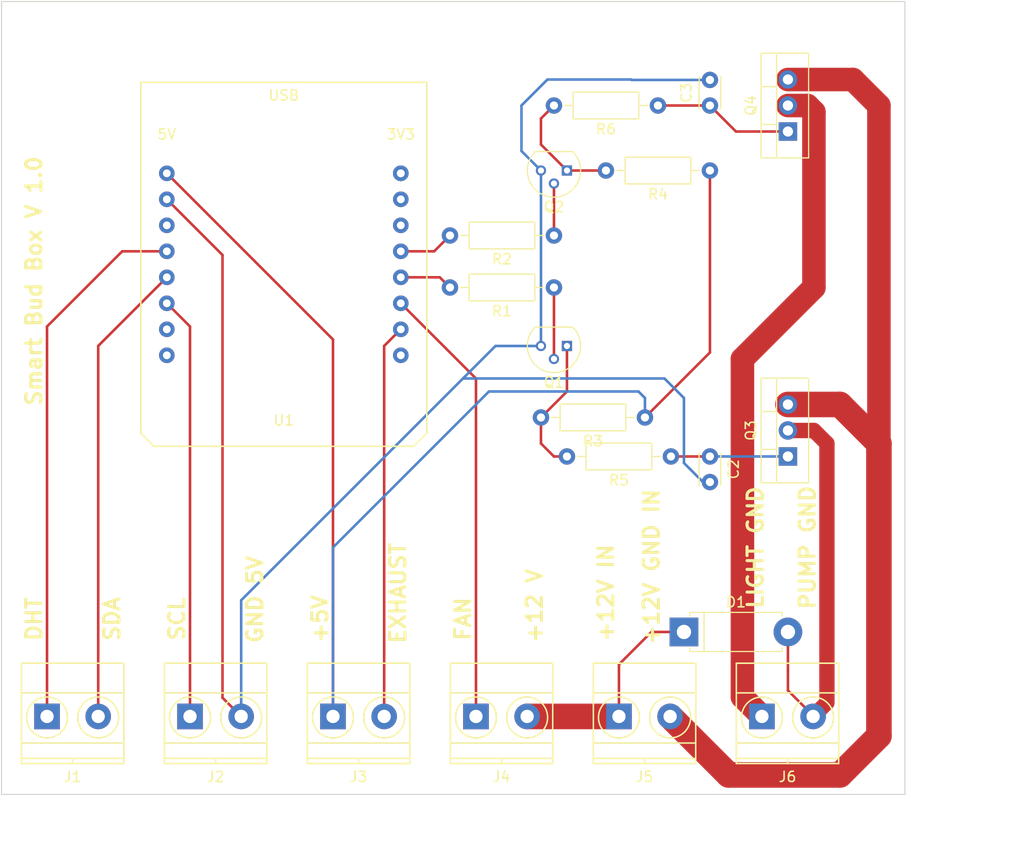
<source format=kicad_pcb>
(kicad_pcb (version 4) (host pcbnew 4.0.6)

  (general
    (links 34)
    (no_connects 2)
    (area 83.134999 53.289999 186.92 139.225001)
    (thickness 1.6)
    (drawings 21)
    (tracks 88)
    (zones 0)
    (modules 20)
    (nets 19)
  )

  (page A4)
  (layers
    (0 F.Cu signal)
    (31 B.Cu signal)
    (32 B.Adhes user)
    (33 F.Adhes user)
    (34 B.Paste user)
    (35 F.Paste user)
    (36 B.SilkS user)
    (37 F.SilkS user)
    (38 B.Mask user)
    (39 F.Mask user)
    (40 Dwgs.User user)
    (41 Cmts.User user)
    (42 Eco1.User user)
    (43 Eco2.User user)
    (44 Edge.Cuts user)
    (45 Margin user)
    (46 B.CrtYd user)
    (47 F.CrtYd user)
    (48 B.Fab user)
    (49 F.Fab user)
  )

  (setup
    (last_trace_width 0.25)
    (user_trace_width 0.5)
    (user_trace_width 1.5)
    (user_trace_width 2)
    (user_trace_width 2.3)
    (user_trace_width 2.5)
    (user_trace_width 2.7)
    (user_trace_width 3)
    (trace_clearance 0.2)
    (zone_clearance 0.508)
    (zone_45_only no)
    (trace_min 0.2)
    (segment_width 0.2)
    (edge_width 0.1)
    (via_size 0.6)
    (via_drill 0.4)
    (via_min_size 0.4)
    (via_min_drill 0.3)
    (uvia_size 0.3)
    (uvia_drill 0.1)
    (uvias_allowed no)
    (uvia_min_size 0.2)
    (uvia_min_drill 0.1)
    (pcb_text_width 0.3)
    (pcb_text_size 1.5 1.5)
    (mod_edge_width 0.15)
    (mod_text_size 1 1)
    (mod_text_width 0.15)
    (pad_size 1.5 1.5)
    (pad_drill 0.6)
    (pad_to_mask_clearance 0)
    (aux_axis_origin 0 0)
    (visible_elements 7FFFFFFF)
    (pcbplotparams
      (layerselection 0x010f0_80000001)
      (usegerberextensions true)
      (excludeedgelayer true)
      (linewidth 0.100000)
      (plotframeref false)
      (viasonmask false)
      (mode 1)
      (useauxorigin false)
      (hpglpennumber 1)
      (hpglpenspeed 20)
      (hpglpendiameter 15)
      (hpglpenoverlay 2)
      (psnegative false)
      (psa4output false)
      (plotreference true)
      (plotvalue true)
      (plotinvisibletext false)
      (padsonsilk false)
      (subtractmaskfromsilk false)
      (outputformat 1)
      (mirror false)
      (drillshape 0)
      (scaleselection 1)
      (outputdirectory plot/))
  )

  (net 0 "")
  (net 1 "Net-(C2-Pad1)")
  (net 2 GND)
  (net 3 "Net-(C3-Pad1)")
  (net 4 "Net-(D1-Pad1)")
  (net 5 Q3D)
  (net 6 D3)
  (net 7 D2)
  (net 8 D1)
  (net 9 5V)
  (net 10 D8)
  (net 11 D7)
  (net 12 Q4D)
  (net 13 "Net-(Q1-Pad2)")
  (net 14 "Net-(Q1-Pad1)")
  (net 15 "Net-(Q2-Pad2)")
  (net 16 "Net-(Q2-Pad1)")
  (net 17 "Net-(R1-Pad2)")
  (net 18 "Net-(R2-Pad2)")

  (net_class Default "Dies ist die voreingestellte Netzklasse."
    (clearance 0.2)
    (trace_width 0.25)
    (via_dia 0.6)
    (via_drill 0.4)
    (uvia_dia 0.3)
    (uvia_drill 0.1)
    (add_net 5V)
    (add_net D1)
    (add_net D2)
    (add_net D3)
    (add_net D7)
    (add_net D8)
    (add_net GND)
    (add_net "Net-(C2-Pad1)")
    (add_net "Net-(C3-Pad1)")
    (add_net "Net-(D1-Pad1)")
    (add_net "Net-(Q1-Pad1)")
    (add_net "Net-(Q1-Pad2)")
    (add_net "Net-(Q2-Pad1)")
    (add_net "Net-(Q2-Pad2)")
    (add_net "Net-(R1-Pad2)")
    (add_net "Net-(R2-Pad2)")
    (add_net Q3D)
    (add_net Q4D)
  )

  (net_class "Dicke Leitung" ""
    (clearance 0.2)
    (trace_width 1)
    (via_dia 0.6)
    (via_drill 0.4)
    (uvia_dia 0.3)
    (uvia_drill 0.1)
  )

  (module Capacitors_THT:C_Disc_D3.0mm_W2.0mm_P2.50mm (layer F.Cu) (tedit 597BC7C2) (tstamp 5986EB66)
    (at 152.4 97.79 270)
    (descr "C, Disc series, Radial, pin pitch=2.50mm, , diameter*width=3*2mm^2, Capacitor")
    (tags "C Disc series Radial pin pitch 2.50mm  diameter 3mm width 2mm Capacitor")
    (path /59020DA8)
    (fp_text reference C2 (at 1.25 -2.31 270) (layer F.SilkS)
      (effects (font (size 1 1) (thickness 0.15)))
    )
    (fp_text value 100pF (at 1.25 2.31 270) (layer F.Fab)
      (effects (font (size 1 1) (thickness 0.15)))
    )
    (fp_line (start -0.25 -1) (end -0.25 1) (layer F.Fab) (width 0.1))
    (fp_line (start -0.25 1) (end 2.75 1) (layer F.Fab) (width 0.1))
    (fp_line (start 2.75 1) (end 2.75 -1) (layer F.Fab) (width 0.1))
    (fp_line (start 2.75 -1) (end -0.25 -1) (layer F.Fab) (width 0.1))
    (fp_line (start -0.31 -1.06) (end 2.81 -1.06) (layer F.SilkS) (width 0.12))
    (fp_line (start -0.31 1.06) (end 2.81 1.06) (layer F.SilkS) (width 0.12))
    (fp_line (start -0.31 -1.06) (end -0.31 -0.996) (layer F.SilkS) (width 0.12))
    (fp_line (start -0.31 0.996) (end -0.31 1.06) (layer F.SilkS) (width 0.12))
    (fp_line (start 2.81 -1.06) (end 2.81 -0.996) (layer F.SilkS) (width 0.12))
    (fp_line (start 2.81 0.996) (end 2.81 1.06) (layer F.SilkS) (width 0.12))
    (fp_line (start -1.05 -1.35) (end -1.05 1.35) (layer F.CrtYd) (width 0.05))
    (fp_line (start -1.05 1.35) (end 3.55 1.35) (layer F.CrtYd) (width 0.05))
    (fp_line (start 3.55 1.35) (end 3.55 -1.35) (layer F.CrtYd) (width 0.05))
    (fp_line (start 3.55 -1.35) (end -1.05 -1.35) (layer F.CrtYd) (width 0.05))
    (fp_text user %R (at 1.25 0 270) (layer F.Fab)
      (effects (font (size 1 1) (thickness 0.15)))
    )
    (pad 1 thru_hole circle (at 0 0 270) (size 1.6 1.6) (drill 0.8) (layers *.Cu *.Mask)
      (net 1 "Net-(C2-Pad1)"))
    (pad 2 thru_hole circle (at 2.5 0 270) (size 1.6 1.6) (drill 0.8) (layers *.Cu *.Mask)
      (net 2 GND))
    (model ${KISYS3DMOD}/Capacitors_THT.3dshapes/C_Disc_D3.0mm_W2.0mm_P2.50mm.wrl
      (at (xyz 0 0 0))
      (scale (xyz 1 1 1))
      (rotate (xyz 0 0 0))
    )
  )

  (module Capacitors_THT:C_Disc_D3.0mm_W2.0mm_P2.50mm (layer F.Cu) (tedit 597BC7C2) (tstamp 5986EB7B)
    (at 152.4 63.5 90)
    (descr "C, Disc series, Radial, pin pitch=2.50mm, , diameter*width=3*2mm^2, Capacitor")
    (tags "C Disc series Radial pin pitch 2.50mm  diameter 3mm width 2mm Capacitor")
    (path /59020E43)
    (fp_text reference C3 (at 1.25 -2.31 90) (layer F.SilkS)
      (effects (font (size 1 1) (thickness 0.15)))
    )
    (fp_text value 100pF (at 1.25 2.31 90) (layer F.Fab)
      (effects (font (size 1 1) (thickness 0.15)))
    )
    (fp_line (start -0.25 -1) (end -0.25 1) (layer F.Fab) (width 0.1))
    (fp_line (start -0.25 1) (end 2.75 1) (layer F.Fab) (width 0.1))
    (fp_line (start 2.75 1) (end 2.75 -1) (layer F.Fab) (width 0.1))
    (fp_line (start 2.75 -1) (end -0.25 -1) (layer F.Fab) (width 0.1))
    (fp_line (start -0.31 -1.06) (end 2.81 -1.06) (layer F.SilkS) (width 0.12))
    (fp_line (start -0.31 1.06) (end 2.81 1.06) (layer F.SilkS) (width 0.12))
    (fp_line (start -0.31 -1.06) (end -0.31 -0.996) (layer F.SilkS) (width 0.12))
    (fp_line (start -0.31 0.996) (end -0.31 1.06) (layer F.SilkS) (width 0.12))
    (fp_line (start 2.81 -1.06) (end 2.81 -0.996) (layer F.SilkS) (width 0.12))
    (fp_line (start 2.81 0.996) (end 2.81 1.06) (layer F.SilkS) (width 0.12))
    (fp_line (start -1.05 -1.35) (end -1.05 1.35) (layer F.CrtYd) (width 0.05))
    (fp_line (start -1.05 1.35) (end 3.55 1.35) (layer F.CrtYd) (width 0.05))
    (fp_line (start 3.55 1.35) (end 3.55 -1.35) (layer F.CrtYd) (width 0.05))
    (fp_line (start 3.55 -1.35) (end -1.05 -1.35) (layer F.CrtYd) (width 0.05))
    (fp_text user %R (at 1.25 0 90) (layer F.Fab)
      (effects (font (size 1 1) (thickness 0.15)))
    )
    (pad 1 thru_hole circle (at 0 0 90) (size 1.6 1.6) (drill 0.8) (layers *.Cu *.Mask)
      (net 3 "Net-(C3-Pad1)"))
    (pad 2 thru_hole circle (at 2.5 0 90) (size 1.6 1.6) (drill 0.8) (layers *.Cu *.Mask)
      (net 2 GND))
    (model ${KISYS3DMOD}/Capacitors_THT.3dshapes/C_Disc_D3.0mm_W2.0mm_P2.50mm.wrl
      (at (xyz 0 0 0))
      (scale (xyz 1 1 1))
      (rotate (xyz 0 0 0))
    )
  )

  (module Diodes_THT:D_5W_P10.16mm_Horizontal (layer F.Cu) (tedit 5921392E) (tstamp 5986EB94)
    (at 149.86 114.935)
    (descr "D, 5W series, Axial, Horizontal, pin pitch=10.16mm, , length*diameter=8.9*3.7mm^2, , http://www.diodes.com/_files/packages/8686949.gif")
    (tags "D 5W series Axial Horizontal pin pitch 10.16mm  length 8.9mm diameter 3.7mm")
    (path /59020A0F)
    (fp_text reference D1 (at 5.08 -2.91) (layer F.SilkS)
      (effects (font (size 1 1) (thickness 0.15)))
    )
    (fp_text value D (at 5.08 2.91) (layer F.Fab)
      (effects (font (size 1 1) (thickness 0.15)))
    )
    (fp_text user %R (at 5.08 0) (layer F.Fab)
      (effects (font (size 1 1) (thickness 0.15)))
    )
    (fp_line (start 0.63 -1.85) (end 0.63 1.85) (layer F.Fab) (width 0.1))
    (fp_line (start 0.63 1.85) (end 9.53 1.85) (layer F.Fab) (width 0.1))
    (fp_line (start 9.53 1.85) (end 9.53 -1.85) (layer F.Fab) (width 0.1))
    (fp_line (start 9.53 -1.85) (end 0.63 -1.85) (layer F.Fab) (width 0.1))
    (fp_line (start 0 0) (end 0.63 0) (layer F.Fab) (width 0.1))
    (fp_line (start 10.16 0) (end 9.53 0) (layer F.Fab) (width 0.1))
    (fp_line (start 1.965 -1.85) (end 1.965 1.85) (layer F.Fab) (width 0.1))
    (fp_line (start 0.57 -1.58) (end 0.57 -1.91) (layer F.SilkS) (width 0.12))
    (fp_line (start 0.57 -1.91) (end 9.59 -1.91) (layer F.SilkS) (width 0.12))
    (fp_line (start 9.59 -1.91) (end 9.59 -1.58) (layer F.SilkS) (width 0.12))
    (fp_line (start 0.57 1.58) (end 0.57 1.91) (layer F.SilkS) (width 0.12))
    (fp_line (start 0.57 1.91) (end 9.59 1.91) (layer F.SilkS) (width 0.12))
    (fp_line (start 9.59 1.91) (end 9.59 1.58) (layer F.SilkS) (width 0.12))
    (fp_line (start 1.965 -1.91) (end 1.965 1.91) (layer F.SilkS) (width 0.12))
    (fp_line (start -1.65 -2.2) (end -1.65 2.2) (layer F.CrtYd) (width 0.05))
    (fp_line (start -1.65 2.2) (end 11.85 2.2) (layer F.CrtYd) (width 0.05))
    (fp_line (start 11.85 2.2) (end 11.85 -2.2) (layer F.CrtYd) (width 0.05))
    (fp_line (start 11.85 -2.2) (end -1.65 -2.2) (layer F.CrtYd) (width 0.05))
    (pad 1 thru_hole rect (at 0 0) (size 2.8 2.8) (drill 1.4) (layers *.Cu *.Mask)
      (net 4 "Net-(D1-Pad1)"))
    (pad 2 thru_hole oval (at 10.16 0) (size 2.8 2.8) (drill 1.4) (layers *.Cu *.Mask)
      (net 5 Q3D))
    (model ${KISYS3DMOD}/Diodes_THT.3dshapes/D_5W_P10.16mm_Horizontal.wrl
      (at (xyz 0 0 0))
      (scale (xyz 0.393701 0.393701 0.393701))
      (rotate (xyz 0 0 0))
    )
  )

  (module Connectors_Terminal_Blocks:TerminalBlock_Pheonix_MKDS1.5-2pol (layer F.Cu) (tedit 563007E4) (tstamp 5986EBA8)
    (at 87.63 123.19)
    (descr "2-way 5mm pitch terminal block, Phoenix MKDS series")
    (path /5901E5E4)
    (fp_text reference J1 (at 2.5 5.9) (layer F.SilkS)
      (effects (font (size 1 1) (thickness 0.15)))
    )
    (fp_text value "DHT -- SDA" (at 2.5 -6.6) (layer F.Fab)
      (effects (font (size 1 1) (thickness 0.15)))
    )
    (fp_line (start -2.7 -5.4) (end 7.7 -5.4) (layer F.CrtYd) (width 0.05))
    (fp_line (start -2.7 4.8) (end -2.7 -5.4) (layer F.CrtYd) (width 0.05))
    (fp_line (start 7.7 4.8) (end -2.7 4.8) (layer F.CrtYd) (width 0.05))
    (fp_line (start 7.7 -5.4) (end 7.7 4.8) (layer F.CrtYd) (width 0.05))
    (fp_line (start 2.5 4.1) (end 2.5 4.6) (layer F.SilkS) (width 0.15))
    (fp_circle (center 5 0.1) (end 3 0.1) (layer F.SilkS) (width 0.15))
    (fp_circle (center 0 0.1) (end 2 0.1) (layer F.SilkS) (width 0.15))
    (fp_line (start -2.5 2.6) (end 7.5 2.6) (layer F.SilkS) (width 0.15))
    (fp_line (start -2.5 -2.3) (end 7.5 -2.3) (layer F.SilkS) (width 0.15))
    (fp_line (start -2.5 4.1) (end 7.5 4.1) (layer F.SilkS) (width 0.15))
    (fp_line (start -2.5 4.6) (end 7.5 4.6) (layer F.SilkS) (width 0.15))
    (fp_line (start 7.5 4.6) (end 7.5 -5.2) (layer F.SilkS) (width 0.15))
    (fp_line (start 7.5 -5.2) (end -2.5 -5.2) (layer F.SilkS) (width 0.15))
    (fp_line (start -2.5 -5.2) (end -2.5 4.6) (layer F.SilkS) (width 0.15))
    (pad 1 thru_hole rect (at 0 0) (size 2.5 2.5) (drill 1.3) (layers *.Cu *.Mask)
      (net 6 D3))
    (pad 2 thru_hole circle (at 5 0) (size 2.5 2.5) (drill 1.3) (layers *.Cu *.Mask)
      (net 7 D2))
    (model Terminal_Blocks.3dshapes/TerminalBlock_Pheonix_MKDS1.5-2pol.wrl
      (at (xyz 0.0984 0 0))
      (scale (xyz 1 1 1))
      (rotate (xyz 0 0 0))
    )
  )

  (module Connectors_Terminal_Blocks:TerminalBlock_Pheonix_MKDS1.5-2pol (layer F.Cu) (tedit 563007E4) (tstamp 5986EBBC)
    (at 101.6 123.19)
    (descr "2-way 5mm pitch terminal block, Phoenix MKDS series")
    (path /5901E432)
    (fp_text reference J2 (at 2.5 5.9) (layer F.SilkS)
      (effects (font (size 1 1) (thickness 0.15)))
    )
    (fp_text value "SCL -- GND" (at 2.5 -6.6) (layer F.Fab)
      (effects (font (size 1 1) (thickness 0.15)))
    )
    (fp_line (start -2.7 -5.4) (end 7.7 -5.4) (layer F.CrtYd) (width 0.05))
    (fp_line (start -2.7 4.8) (end -2.7 -5.4) (layer F.CrtYd) (width 0.05))
    (fp_line (start 7.7 4.8) (end -2.7 4.8) (layer F.CrtYd) (width 0.05))
    (fp_line (start 7.7 -5.4) (end 7.7 4.8) (layer F.CrtYd) (width 0.05))
    (fp_line (start 2.5 4.1) (end 2.5 4.6) (layer F.SilkS) (width 0.15))
    (fp_circle (center 5 0.1) (end 3 0.1) (layer F.SilkS) (width 0.15))
    (fp_circle (center 0 0.1) (end 2 0.1) (layer F.SilkS) (width 0.15))
    (fp_line (start -2.5 2.6) (end 7.5 2.6) (layer F.SilkS) (width 0.15))
    (fp_line (start -2.5 -2.3) (end 7.5 -2.3) (layer F.SilkS) (width 0.15))
    (fp_line (start -2.5 4.1) (end 7.5 4.1) (layer F.SilkS) (width 0.15))
    (fp_line (start -2.5 4.6) (end 7.5 4.6) (layer F.SilkS) (width 0.15))
    (fp_line (start 7.5 4.6) (end 7.5 -5.2) (layer F.SilkS) (width 0.15))
    (fp_line (start 7.5 -5.2) (end -2.5 -5.2) (layer F.SilkS) (width 0.15))
    (fp_line (start -2.5 -5.2) (end -2.5 4.6) (layer F.SilkS) (width 0.15))
    (pad 1 thru_hole rect (at 0 0) (size 2.5 2.5) (drill 1.3) (layers *.Cu *.Mask)
      (net 8 D1))
    (pad 2 thru_hole circle (at 5 0) (size 2.5 2.5) (drill 1.3) (layers *.Cu *.Mask)
      (net 2 GND))
    (model Terminal_Blocks.3dshapes/TerminalBlock_Pheonix_MKDS1.5-2pol.wrl
      (at (xyz 0.0984 0 0))
      (scale (xyz 1 1 1))
      (rotate (xyz 0 0 0))
    )
  )

  (module Connectors_Terminal_Blocks:TerminalBlock_Pheonix_MKDS1.5-2pol (layer F.Cu) (tedit 563007E4) (tstamp 5986EBD0)
    (at 115.57 123.19)
    (descr "2-way 5mm pitch terminal block, Phoenix MKDS series")
    (path /5901E65A)
    (fp_text reference J3 (at 2.5 5.9) (layer F.SilkS)
      (effects (font (size 1 1) (thickness 0.15)))
    )
    (fp_text value "+5V -- EXHAUST" (at 2.5 -6.6) (layer F.Fab)
      (effects (font (size 1 1) (thickness 0.15)))
    )
    (fp_line (start -2.7 -5.4) (end 7.7 -5.4) (layer F.CrtYd) (width 0.05))
    (fp_line (start -2.7 4.8) (end -2.7 -5.4) (layer F.CrtYd) (width 0.05))
    (fp_line (start 7.7 4.8) (end -2.7 4.8) (layer F.CrtYd) (width 0.05))
    (fp_line (start 7.7 -5.4) (end 7.7 4.8) (layer F.CrtYd) (width 0.05))
    (fp_line (start 2.5 4.1) (end 2.5 4.6) (layer F.SilkS) (width 0.15))
    (fp_circle (center 5 0.1) (end 3 0.1) (layer F.SilkS) (width 0.15))
    (fp_circle (center 0 0.1) (end 2 0.1) (layer F.SilkS) (width 0.15))
    (fp_line (start -2.5 2.6) (end 7.5 2.6) (layer F.SilkS) (width 0.15))
    (fp_line (start -2.5 -2.3) (end 7.5 -2.3) (layer F.SilkS) (width 0.15))
    (fp_line (start -2.5 4.1) (end 7.5 4.1) (layer F.SilkS) (width 0.15))
    (fp_line (start -2.5 4.6) (end 7.5 4.6) (layer F.SilkS) (width 0.15))
    (fp_line (start 7.5 4.6) (end 7.5 -5.2) (layer F.SilkS) (width 0.15))
    (fp_line (start 7.5 -5.2) (end -2.5 -5.2) (layer F.SilkS) (width 0.15))
    (fp_line (start -2.5 -5.2) (end -2.5 4.6) (layer F.SilkS) (width 0.15))
    (pad 1 thru_hole rect (at 0 0) (size 2.5 2.5) (drill 1.3) (layers *.Cu *.Mask)
      (net 9 5V))
    (pad 2 thru_hole circle (at 5 0) (size 2.5 2.5) (drill 1.3) (layers *.Cu *.Mask)
      (net 10 D8))
    (model Terminal_Blocks.3dshapes/TerminalBlock_Pheonix_MKDS1.5-2pol.wrl
      (at (xyz 0.0984 0 0))
      (scale (xyz 1 1 1))
      (rotate (xyz 0 0 0))
    )
  )

  (module Connectors_Terminal_Blocks:TerminalBlock_Pheonix_MKDS1.5-2pol (layer F.Cu) (tedit 563007E4) (tstamp 5986EBE4)
    (at 129.54 123.19)
    (descr "2-way 5mm pitch terminal block, Phoenix MKDS series")
    (path /5901E7BC)
    (fp_text reference J4 (at 2.5 5.9) (layer F.SilkS)
      (effects (font (size 1 1) (thickness 0.15)))
    )
    (fp_text value "FAN -- +12 V" (at 2.5 -6.6) (layer F.Fab)
      (effects (font (size 1 1) (thickness 0.15)))
    )
    (fp_line (start -2.7 -5.4) (end 7.7 -5.4) (layer F.CrtYd) (width 0.05))
    (fp_line (start -2.7 4.8) (end -2.7 -5.4) (layer F.CrtYd) (width 0.05))
    (fp_line (start 7.7 4.8) (end -2.7 4.8) (layer F.CrtYd) (width 0.05))
    (fp_line (start 7.7 -5.4) (end 7.7 4.8) (layer F.CrtYd) (width 0.05))
    (fp_line (start 2.5 4.1) (end 2.5 4.6) (layer F.SilkS) (width 0.15))
    (fp_circle (center 5 0.1) (end 3 0.1) (layer F.SilkS) (width 0.15))
    (fp_circle (center 0 0.1) (end 2 0.1) (layer F.SilkS) (width 0.15))
    (fp_line (start -2.5 2.6) (end 7.5 2.6) (layer F.SilkS) (width 0.15))
    (fp_line (start -2.5 -2.3) (end 7.5 -2.3) (layer F.SilkS) (width 0.15))
    (fp_line (start -2.5 4.1) (end 7.5 4.1) (layer F.SilkS) (width 0.15))
    (fp_line (start -2.5 4.6) (end 7.5 4.6) (layer F.SilkS) (width 0.15))
    (fp_line (start 7.5 4.6) (end 7.5 -5.2) (layer F.SilkS) (width 0.15))
    (fp_line (start 7.5 -5.2) (end -2.5 -5.2) (layer F.SilkS) (width 0.15))
    (fp_line (start -2.5 -5.2) (end -2.5 4.6) (layer F.SilkS) (width 0.15))
    (pad 1 thru_hole rect (at 0 0) (size 2.5 2.5) (drill 1.3) (layers *.Cu *.Mask)
      (net 11 D7))
    (pad 2 thru_hole circle (at 5 0) (size 2.5 2.5) (drill 1.3) (layers *.Cu *.Mask)
      (net 4 "Net-(D1-Pad1)"))
    (model Terminal_Blocks.3dshapes/TerminalBlock_Pheonix_MKDS1.5-2pol.wrl
      (at (xyz 0.0984 0 0))
      (scale (xyz 1 1 1))
      (rotate (xyz 0 0 0))
    )
  )

  (module Connectors_Terminal_Blocks:TerminalBlock_Pheonix_MKDS1.5-2pol (layer F.Cu) (tedit 563007E4) (tstamp 5986EBF8)
    (at 143.51 123.19)
    (descr "2-way 5mm pitch terminal block, Phoenix MKDS series")
    (path /5901E6D0)
    (fp_text reference J5 (at 2.5 5.9) (layer F.SilkS)
      (effects (font (size 1 1) (thickness 0.15)))
    )
    (fp_text value "+12 VIN -- GND" (at 2.5 -6.6) (layer F.Fab)
      (effects (font (size 1 1) (thickness 0.15)))
    )
    (fp_line (start -2.7 -5.4) (end 7.7 -5.4) (layer F.CrtYd) (width 0.05))
    (fp_line (start -2.7 4.8) (end -2.7 -5.4) (layer F.CrtYd) (width 0.05))
    (fp_line (start 7.7 4.8) (end -2.7 4.8) (layer F.CrtYd) (width 0.05))
    (fp_line (start 7.7 -5.4) (end 7.7 4.8) (layer F.CrtYd) (width 0.05))
    (fp_line (start 2.5 4.1) (end 2.5 4.6) (layer F.SilkS) (width 0.15))
    (fp_circle (center 5 0.1) (end 3 0.1) (layer F.SilkS) (width 0.15))
    (fp_circle (center 0 0.1) (end 2 0.1) (layer F.SilkS) (width 0.15))
    (fp_line (start -2.5 2.6) (end 7.5 2.6) (layer F.SilkS) (width 0.15))
    (fp_line (start -2.5 -2.3) (end 7.5 -2.3) (layer F.SilkS) (width 0.15))
    (fp_line (start -2.5 4.1) (end 7.5 4.1) (layer F.SilkS) (width 0.15))
    (fp_line (start -2.5 4.6) (end 7.5 4.6) (layer F.SilkS) (width 0.15))
    (fp_line (start 7.5 4.6) (end 7.5 -5.2) (layer F.SilkS) (width 0.15))
    (fp_line (start 7.5 -5.2) (end -2.5 -5.2) (layer F.SilkS) (width 0.15))
    (fp_line (start -2.5 -5.2) (end -2.5 4.6) (layer F.SilkS) (width 0.15))
    (pad 1 thru_hole rect (at 0 0) (size 2.5 2.5) (drill 1.3) (layers *.Cu *.Mask)
      (net 4 "Net-(D1-Pad1)"))
    (pad 2 thru_hole circle (at 5 0) (size 2.5 2.5) (drill 1.3) (layers *.Cu *.Mask)
      (net 2 GND))
    (model Terminal_Blocks.3dshapes/TerminalBlock_Pheonix_MKDS1.5-2pol.wrl
      (at (xyz 0.0984 0 0))
      (scale (xyz 1 1 1))
      (rotate (xyz 0 0 0))
    )
  )

  (module Connectors_Terminal_Blocks:TerminalBlock_Pheonix_MKDS1.5-2pol (layer F.Cu) (tedit 563007E4) (tstamp 5986EC0C)
    (at 157.48 123.19)
    (descr "2-way 5mm pitch terminal block, Phoenix MKDS series")
    (path /5901E80B)
    (fp_text reference J6 (at 2.5 5.9) (layer F.SilkS)
      (effects (font (size 1 1) (thickness 0.15)))
    )
    (fp_text value "LIGHT_GND -- PUMP_GND" (at 2.5 -6.6) (layer F.Fab)
      (effects (font (size 1 1) (thickness 0.15)))
    )
    (fp_line (start -2.7 -5.4) (end 7.7 -5.4) (layer F.CrtYd) (width 0.05))
    (fp_line (start -2.7 4.8) (end -2.7 -5.4) (layer F.CrtYd) (width 0.05))
    (fp_line (start 7.7 4.8) (end -2.7 4.8) (layer F.CrtYd) (width 0.05))
    (fp_line (start 7.7 -5.4) (end 7.7 4.8) (layer F.CrtYd) (width 0.05))
    (fp_line (start 2.5 4.1) (end 2.5 4.6) (layer F.SilkS) (width 0.15))
    (fp_circle (center 5 0.1) (end 3 0.1) (layer F.SilkS) (width 0.15))
    (fp_circle (center 0 0.1) (end 2 0.1) (layer F.SilkS) (width 0.15))
    (fp_line (start -2.5 2.6) (end 7.5 2.6) (layer F.SilkS) (width 0.15))
    (fp_line (start -2.5 -2.3) (end 7.5 -2.3) (layer F.SilkS) (width 0.15))
    (fp_line (start -2.5 4.1) (end 7.5 4.1) (layer F.SilkS) (width 0.15))
    (fp_line (start -2.5 4.6) (end 7.5 4.6) (layer F.SilkS) (width 0.15))
    (fp_line (start 7.5 4.6) (end 7.5 -5.2) (layer F.SilkS) (width 0.15))
    (fp_line (start 7.5 -5.2) (end -2.5 -5.2) (layer F.SilkS) (width 0.15))
    (fp_line (start -2.5 -5.2) (end -2.5 4.6) (layer F.SilkS) (width 0.15))
    (pad 1 thru_hole rect (at 0 0) (size 2.5 2.5) (drill 1.3) (layers *.Cu *.Mask)
      (net 12 Q4D))
    (pad 2 thru_hole circle (at 5 0) (size 2.5 2.5) (drill 1.3) (layers *.Cu *.Mask)
      (net 5 Q3D))
    (model Terminal_Blocks.3dshapes/TerminalBlock_Pheonix_MKDS1.5-2pol.wrl
      (at (xyz 0.0984 0 0))
      (scale (xyz 1 1 1))
      (rotate (xyz 0 0 0))
    )
  )

  (module TO_SOT_Packages_THT:TO-92_Molded_Narrow (layer F.Cu) (tedit 58CE52AF) (tstamp 5986EC1E)
    (at 138.43 86.995 180)
    (descr "TO-92 leads molded, narrow, drill 0.6mm (see NXP sot054_po.pdf)")
    (tags "to-92 sc-43 sc-43a sot54 PA33 transistor")
    (path /5901F188)
    (fp_text reference Q1 (at 1.27 -3.56 180) (layer F.SilkS)
      (effects (font (size 1 1) (thickness 0.15)))
    )
    (fp_text value BC547 (at 1.27 2.79 180) (layer F.Fab)
      (effects (font (size 1 1) (thickness 0.15)))
    )
    (fp_text user %R (at 1.27 -3.56 180) (layer F.Fab)
      (effects (font (size 1 1) (thickness 0.15)))
    )
    (fp_line (start -0.53 1.85) (end 3.07 1.85) (layer F.SilkS) (width 0.12))
    (fp_line (start -0.5 1.75) (end 3 1.75) (layer F.Fab) (width 0.1))
    (fp_line (start -1.46 -2.73) (end 4 -2.73) (layer F.CrtYd) (width 0.05))
    (fp_line (start -1.46 -2.73) (end -1.46 2.01) (layer F.CrtYd) (width 0.05))
    (fp_line (start 4 2.01) (end 4 -2.73) (layer F.CrtYd) (width 0.05))
    (fp_line (start 4 2.01) (end -1.46 2.01) (layer F.CrtYd) (width 0.05))
    (fp_arc (start 1.27 0) (end 1.27 -2.48) (angle 135) (layer F.Fab) (width 0.1))
    (fp_arc (start 1.27 0) (end 1.27 -2.6) (angle -135) (layer F.SilkS) (width 0.12))
    (fp_arc (start 1.27 0) (end 1.27 -2.48) (angle -135) (layer F.Fab) (width 0.1))
    (fp_arc (start 1.27 0) (end 1.27 -2.6) (angle 135) (layer F.SilkS) (width 0.12))
    (pad 2 thru_hole circle (at 1.27 -1.27 270) (size 1 1) (drill 0.6) (layers *.Cu *.Mask)
      (net 13 "Net-(Q1-Pad2)"))
    (pad 3 thru_hole circle (at 2.54 0 270) (size 1 1) (drill 0.6) (layers *.Cu *.Mask)
      (net 2 GND))
    (pad 1 thru_hole rect (at 0 0 270) (size 1 1) (drill 0.6) (layers *.Cu *.Mask)
      (net 14 "Net-(Q1-Pad1)"))
    (model ${KISYS3DMOD}/TO_SOT_Packages_THT.3dshapes/TO-92_Molded_Narrow.wrl
      (at (xyz 0.05 0 0))
      (scale (xyz 1 1 1))
      (rotate (xyz 0 0 -90))
    )
  )

  (module TO_SOT_Packages_THT:TO-92_Molded_Narrow (layer F.Cu) (tedit 58CE52AF) (tstamp 5986EC30)
    (at 138.43 69.85 180)
    (descr "TO-92 leads molded, narrow, drill 0.6mm (see NXP sot054_po.pdf)")
    (tags "to-92 sc-43 sc-43a sot54 PA33 transistor")
    (path /5901F346)
    (fp_text reference Q2 (at 1.27 -3.56 180) (layer F.SilkS)
      (effects (font (size 1 1) (thickness 0.15)))
    )
    (fp_text value BC547 (at 1.27 2.79 180) (layer F.Fab)
      (effects (font (size 1 1) (thickness 0.15)))
    )
    (fp_text user %R (at 1.27 -3.56 180) (layer F.Fab)
      (effects (font (size 1 1) (thickness 0.15)))
    )
    (fp_line (start -0.53 1.85) (end 3.07 1.85) (layer F.SilkS) (width 0.12))
    (fp_line (start -0.5 1.75) (end 3 1.75) (layer F.Fab) (width 0.1))
    (fp_line (start -1.46 -2.73) (end 4 -2.73) (layer F.CrtYd) (width 0.05))
    (fp_line (start -1.46 -2.73) (end -1.46 2.01) (layer F.CrtYd) (width 0.05))
    (fp_line (start 4 2.01) (end 4 -2.73) (layer F.CrtYd) (width 0.05))
    (fp_line (start 4 2.01) (end -1.46 2.01) (layer F.CrtYd) (width 0.05))
    (fp_arc (start 1.27 0) (end 1.27 -2.48) (angle 135) (layer F.Fab) (width 0.1))
    (fp_arc (start 1.27 0) (end 1.27 -2.6) (angle -135) (layer F.SilkS) (width 0.12))
    (fp_arc (start 1.27 0) (end 1.27 -2.48) (angle -135) (layer F.Fab) (width 0.1))
    (fp_arc (start 1.27 0) (end 1.27 -2.6) (angle 135) (layer F.SilkS) (width 0.12))
    (pad 2 thru_hole circle (at 1.27 -1.27 270) (size 1 1) (drill 0.6) (layers *.Cu *.Mask)
      (net 15 "Net-(Q2-Pad2)"))
    (pad 3 thru_hole circle (at 2.54 0 270) (size 1 1) (drill 0.6) (layers *.Cu *.Mask)
      (net 2 GND))
    (pad 1 thru_hole rect (at 0 0 270) (size 1 1) (drill 0.6) (layers *.Cu *.Mask)
      (net 16 "Net-(Q2-Pad1)"))
    (model ${KISYS3DMOD}/TO_SOT_Packages_THT.3dshapes/TO-92_Molded_Narrow.wrl
      (at (xyz 0.05 0 0))
      (scale (xyz 1 1 1))
      (rotate (xyz 0 0 -90))
    )
  )

  (module TO_SOT_Packages_THT:TO-220_Vertical (layer F.Cu) (tedit 58CE52AD) (tstamp 5986EC4A)
    (at 160.02 97.79 90)
    (descr "TO-220, Vertical, RM 2.54mm")
    (tags "TO-220 Vertical RM 2.54mm")
    (path /5901F260)
    (fp_text reference Q3 (at 2.54 -3.62 90) (layer F.SilkS)
      (effects (font (size 1 1) (thickness 0.15)))
    )
    (fp_text value IRLB8721PBF (at 2.54 3.92 90) (layer F.Fab)
      (effects (font (size 1 1) (thickness 0.15)))
    )
    (fp_text user %R (at 2.54 -3.62 90) (layer F.Fab)
      (effects (font (size 1 1) (thickness 0.15)))
    )
    (fp_line (start -2.46 -2.5) (end -2.46 1.9) (layer F.Fab) (width 0.1))
    (fp_line (start -2.46 1.9) (end 7.54 1.9) (layer F.Fab) (width 0.1))
    (fp_line (start 7.54 1.9) (end 7.54 -2.5) (layer F.Fab) (width 0.1))
    (fp_line (start 7.54 -2.5) (end -2.46 -2.5) (layer F.Fab) (width 0.1))
    (fp_line (start -2.46 -1.23) (end 7.54 -1.23) (layer F.Fab) (width 0.1))
    (fp_line (start 0.69 -2.5) (end 0.69 -1.23) (layer F.Fab) (width 0.1))
    (fp_line (start 4.39 -2.5) (end 4.39 -1.23) (layer F.Fab) (width 0.1))
    (fp_line (start -2.58 -2.62) (end 7.66 -2.62) (layer F.SilkS) (width 0.12))
    (fp_line (start -2.58 2.021) (end 7.66 2.021) (layer F.SilkS) (width 0.12))
    (fp_line (start -2.58 -2.62) (end -2.58 2.021) (layer F.SilkS) (width 0.12))
    (fp_line (start 7.66 -2.62) (end 7.66 2.021) (layer F.SilkS) (width 0.12))
    (fp_line (start -2.58 -1.11) (end 7.66 -1.11) (layer F.SilkS) (width 0.12))
    (fp_line (start 0.69 -2.62) (end 0.69 -1.11) (layer F.SilkS) (width 0.12))
    (fp_line (start 4.391 -2.62) (end 4.391 -1.11) (layer F.SilkS) (width 0.12))
    (fp_line (start -2.71 -2.75) (end -2.71 2.16) (layer F.CrtYd) (width 0.05))
    (fp_line (start -2.71 2.16) (end 7.79 2.16) (layer F.CrtYd) (width 0.05))
    (fp_line (start 7.79 2.16) (end 7.79 -2.75) (layer F.CrtYd) (width 0.05))
    (fp_line (start 7.79 -2.75) (end -2.71 -2.75) (layer F.CrtYd) (width 0.05))
    (pad 1 thru_hole rect (at 0 0 90) (size 1.8 1.8) (drill 1) (layers *.Cu *.Mask)
      (net 1 "Net-(C2-Pad1)"))
    (pad 2 thru_hole oval (at 2.54 0 90) (size 1.8 1.8) (drill 1) (layers *.Cu *.Mask)
      (net 5 Q3D))
    (pad 3 thru_hole oval (at 5.08 0 90) (size 1.8 1.8) (drill 1) (layers *.Cu *.Mask)
      (net 2 GND))
    (model ${KISYS3DMOD}/TO_SOT_Packages_THT.3dshapes/TO-220_Vertical.wrl
      (at (xyz 0.1 0 0))
      (scale (xyz 0.393701 0.393701 0.393701))
      (rotate (xyz 0 0 0))
    )
  )

  (module TO_SOT_Packages_THT:TO-220_Vertical (layer F.Cu) (tedit 58CE52AD) (tstamp 5986EC64)
    (at 160.02 66.04 90)
    (descr "TO-220, Vertical, RM 2.54mm")
    (tags "TO-220 Vertical RM 2.54mm")
    (path /5901F313)
    (fp_text reference Q4 (at 2.54 -3.62 90) (layer F.SilkS)
      (effects (font (size 1 1) (thickness 0.15)))
    )
    (fp_text value IRLB8721PBF (at 2.54 3.92 90) (layer F.Fab)
      (effects (font (size 1 1) (thickness 0.15)))
    )
    (fp_text user %R (at 2.54 -3.62 90) (layer F.Fab)
      (effects (font (size 1 1) (thickness 0.15)))
    )
    (fp_line (start -2.46 -2.5) (end -2.46 1.9) (layer F.Fab) (width 0.1))
    (fp_line (start -2.46 1.9) (end 7.54 1.9) (layer F.Fab) (width 0.1))
    (fp_line (start 7.54 1.9) (end 7.54 -2.5) (layer F.Fab) (width 0.1))
    (fp_line (start 7.54 -2.5) (end -2.46 -2.5) (layer F.Fab) (width 0.1))
    (fp_line (start -2.46 -1.23) (end 7.54 -1.23) (layer F.Fab) (width 0.1))
    (fp_line (start 0.69 -2.5) (end 0.69 -1.23) (layer F.Fab) (width 0.1))
    (fp_line (start 4.39 -2.5) (end 4.39 -1.23) (layer F.Fab) (width 0.1))
    (fp_line (start -2.58 -2.62) (end 7.66 -2.62) (layer F.SilkS) (width 0.12))
    (fp_line (start -2.58 2.021) (end 7.66 2.021) (layer F.SilkS) (width 0.12))
    (fp_line (start -2.58 -2.62) (end -2.58 2.021) (layer F.SilkS) (width 0.12))
    (fp_line (start 7.66 -2.62) (end 7.66 2.021) (layer F.SilkS) (width 0.12))
    (fp_line (start -2.58 -1.11) (end 7.66 -1.11) (layer F.SilkS) (width 0.12))
    (fp_line (start 0.69 -2.62) (end 0.69 -1.11) (layer F.SilkS) (width 0.12))
    (fp_line (start 4.391 -2.62) (end 4.391 -1.11) (layer F.SilkS) (width 0.12))
    (fp_line (start -2.71 -2.75) (end -2.71 2.16) (layer F.CrtYd) (width 0.05))
    (fp_line (start -2.71 2.16) (end 7.79 2.16) (layer F.CrtYd) (width 0.05))
    (fp_line (start 7.79 2.16) (end 7.79 -2.75) (layer F.CrtYd) (width 0.05))
    (fp_line (start 7.79 -2.75) (end -2.71 -2.75) (layer F.CrtYd) (width 0.05))
    (pad 1 thru_hole rect (at 0 0 90) (size 1.8 1.8) (drill 1) (layers *.Cu *.Mask)
      (net 3 "Net-(C3-Pad1)"))
    (pad 2 thru_hole oval (at 2.54 0 90) (size 1.8 1.8) (drill 1) (layers *.Cu *.Mask)
      (net 12 Q4D))
    (pad 3 thru_hole oval (at 5.08 0 90) (size 1.8 1.8) (drill 1) (layers *.Cu *.Mask)
      (net 2 GND))
    (model ${KISYS3DMOD}/TO_SOT_Packages_THT.3dshapes/TO-220_Vertical.wrl
      (at (xyz 0.1 0 0))
      (scale (xyz 0.393701 0.393701 0.393701))
      (rotate (xyz 0 0 0))
    )
  )

  (module Resistors_THT:R_Axial_DIN0207_L6.3mm_D2.5mm_P10.16mm_Horizontal (layer F.Cu) (tedit 5874F706) (tstamp 5986EC7A)
    (at 137.16 81.28 180)
    (descr "Resistor, Axial_DIN0207 series, Axial, Horizontal, pin pitch=10.16mm, 0.25W = 1/4W, length*diameter=6.3*2.5mm^2, http://cdn-reichelt.de/documents/datenblatt/B400/1_4W%23YAG.pdf")
    (tags "Resistor Axial_DIN0207 series Axial Horizontal pin pitch 10.16mm 0.25W = 1/4W length 6.3mm diameter 2.5mm")
    (path /59020CE7)
    (fp_text reference R1 (at 5.08 -2.31 180) (layer F.SilkS)
      (effects (font (size 1 1) (thickness 0.15)))
    )
    (fp_text value 560 (at 5.08 2.31 180) (layer F.Fab)
      (effects (font (size 1 1) (thickness 0.15)))
    )
    (fp_line (start 1.93 -1.25) (end 1.93 1.25) (layer F.Fab) (width 0.1))
    (fp_line (start 1.93 1.25) (end 8.23 1.25) (layer F.Fab) (width 0.1))
    (fp_line (start 8.23 1.25) (end 8.23 -1.25) (layer F.Fab) (width 0.1))
    (fp_line (start 8.23 -1.25) (end 1.93 -1.25) (layer F.Fab) (width 0.1))
    (fp_line (start 0 0) (end 1.93 0) (layer F.Fab) (width 0.1))
    (fp_line (start 10.16 0) (end 8.23 0) (layer F.Fab) (width 0.1))
    (fp_line (start 1.87 -1.31) (end 1.87 1.31) (layer F.SilkS) (width 0.12))
    (fp_line (start 1.87 1.31) (end 8.29 1.31) (layer F.SilkS) (width 0.12))
    (fp_line (start 8.29 1.31) (end 8.29 -1.31) (layer F.SilkS) (width 0.12))
    (fp_line (start 8.29 -1.31) (end 1.87 -1.31) (layer F.SilkS) (width 0.12))
    (fp_line (start 0.98 0) (end 1.87 0) (layer F.SilkS) (width 0.12))
    (fp_line (start 9.18 0) (end 8.29 0) (layer F.SilkS) (width 0.12))
    (fp_line (start -1.05 -1.6) (end -1.05 1.6) (layer F.CrtYd) (width 0.05))
    (fp_line (start -1.05 1.6) (end 11.25 1.6) (layer F.CrtYd) (width 0.05))
    (fp_line (start 11.25 1.6) (end 11.25 -1.6) (layer F.CrtYd) (width 0.05))
    (fp_line (start 11.25 -1.6) (end -1.05 -1.6) (layer F.CrtYd) (width 0.05))
    (pad 1 thru_hole circle (at 0 0 180) (size 1.6 1.6) (drill 0.8) (layers *.Cu *.Mask)
      (net 13 "Net-(Q1-Pad2)"))
    (pad 2 thru_hole oval (at 10.16 0 180) (size 1.6 1.6) (drill 0.8) (layers *.Cu *.Mask)
      (net 17 "Net-(R1-Pad2)"))
    (model ${KISYS3DMOD}/Resistors_THT.3dshapes/R_Axial_DIN0207_L6.3mm_D2.5mm_P10.16mm_Horizontal.wrl
      (at (xyz 0 0 0))
      (scale (xyz 0.393701 0.393701 0.393701))
      (rotate (xyz 0 0 0))
    )
  )

  (module Resistors_THT:R_Axial_DIN0207_L6.3mm_D2.5mm_P10.16mm_Horizontal (layer F.Cu) (tedit 5874F706) (tstamp 5986EC90)
    (at 137.16 76.2 180)
    (descr "Resistor, Axial_DIN0207 series, Axial, Horizontal, pin pitch=10.16mm, 0.25W = 1/4W, length*diameter=6.3*2.5mm^2, http://cdn-reichelt.de/documents/datenblatt/B400/1_4W%23YAG.pdf")
    (tags "Resistor Axial_DIN0207 series Axial Horizontal pin pitch 10.16mm 0.25W = 1/4W length 6.3mm diameter 2.5mm")
    (path /59020C6A)
    (fp_text reference R2 (at 5.08 -2.31 180) (layer F.SilkS)
      (effects (font (size 1 1) (thickness 0.15)))
    )
    (fp_text value 560 (at 5.08 2.31 180) (layer F.Fab)
      (effects (font (size 1 1) (thickness 0.15)))
    )
    (fp_line (start 1.93 -1.25) (end 1.93 1.25) (layer F.Fab) (width 0.1))
    (fp_line (start 1.93 1.25) (end 8.23 1.25) (layer F.Fab) (width 0.1))
    (fp_line (start 8.23 1.25) (end 8.23 -1.25) (layer F.Fab) (width 0.1))
    (fp_line (start 8.23 -1.25) (end 1.93 -1.25) (layer F.Fab) (width 0.1))
    (fp_line (start 0 0) (end 1.93 0) (layer F.Fab) (width 0.1))
    (fp_line (start 10.16 0) (end 8.23 0) (layer F.Fab) (width 0.1))
    (fp_line (start 1.87 -1.31) (end 1.87 1.31) (layer F.SilkS) (width 0.12))
    (fp_line (start 1.87 1.31) (end 8.29 1.31) (layer F.SilkS) (width 0.12))
    (fp_line (start 8.29 1.31) (end 8.29 -1.31) (layer F.SilkS) (width 0.12))
    (fp_line (start 8.29 -1.31) (end 1.87 -1.31) (layer F.SilkS) (width 0.12))
    (fp_line (start 0.98 0) (end 1.87 0) (layer F.SilkS) (width 0.12))
    (fp_line (start 9.18 0) (end 8.29 0) (layer F.SilkS) (width 0.12))
    (fp_line (start -1.05 -1.6) (end -1.05 1.6) (layer F.CrtYd) (width 0.05))
    (fp_line (start -1.05 1.6) (end 11.25 1.6) (layer F.CrtYd) (width 0.05))
    (fp_line (start 11.25 1.6) (end 11.25 -1.6) (layer F.CrtYd) (width 0.05))
    (fp_line (start 11.25 -1.6) (end -1.05 -1.6) (layer F.CrtYd) (width 0.05))
    (pad 1 thru_hole circle (at 0 0 180) (size 1.6 1.6) (drill 0.8) (layers *.Cu *.Mask)
      (net 15 "Net-(Q2-Pad2)"))
    (pad 2 thru_hole oval (at 10.16 0 180) (size 1.6 1.6) (drill 0.8) (layers *.Cu *.Mask)
      (net 18 "Net-(R2-Pad2)"))
    (model ${KISYS3DMOD}/Resistors_THT.3dshapes/R_Axial_DIN0207_L6.3mm_D2.5mm_P10.16mm_Horizontal.wrl
      (at (xyz 0 0 0))
      (scale (xyz 0.393701 0.393701 0.393701))
      (rotate (xyz 0 0 0))
    )
  )

  (module Resistors_THT:R_Axial_DIN0207_L6.3mm_D2.5mm_P10.16mm_Horizontal (layer F.Cu) (tedit 5874F706) (tstamp 5986ECA6)
    (at 146.05 93.98 180)
    (descr "Resistor, Axial_DIN0207 series, Axial, Horizontal, pin pitch=10.16mm, 0.25W = 1/4W, length*diameter=6.3*2.5mm^2, http://cdn-reichelt.de/documents/datenblatt/B400/1_4W%23YAG.pdf")
    (tags "Resistor Axial_DIN0207 series Axial Horizontal pin pitch 10.16mm 0.25W = 1/4W length 6.3mm diameter 2.5mm")
    (path /59020D1A)
    (fp_text reference R3 (at 5.08 -2.31 180) (layer F.SilkS)
      (effects (font (size 1 1) (thickness 0.15)))
    )
    (fp_text value 4k7 (at 5.08 2.31 180) (layer F.Fab)
      (effects (font (size 1 1) (thickness 0.15)))
    )
    (fp_line (start 1.93 -1.25) (end 1.93 1.25) (layer F.Fab) (width 0.1))
    (fp_line (start 1.93 1.25) (end 8.23 1.25) (layer F.Fab) (width 0.1))
    (fp_line (start 8.23 1.25) (end 8.23 -1.25) (layer F.Fab) (width 0.1))
    (fp_line (start 8.23 -1.25) (end 1.93 -1.25) (layer F.Fab) (width 0.1))
    (fp_line (start 0 0) (end 1.93 0) (layer F.Fab) (width 0.1))
    (fp_line (start 10.16 0) (end 8.23 0) (layer F.Fab) (width 0.1))
    (fp_line (start 1.87 -1.31) (end 1.87 1.31) (layer F.SilkS) (width 0.12))
    (fp_line (start 1.87 1.31) (end 8.29 1.31) (layer F.SilkS) (width 0.12))
    (fp_line (start 8.29 1.31) (end 8.29 -1.31) (layer F.SilkS) (width 0.12))
    (fp_line (start 8.29 -1.31) (end 1.87 -1.31) (layer F.SilkS) (width 0.12))
    (fp_line (start 0.98 0) (end 1.87 0) (layer F.SilkS) (width 0.12))
    (fp_line (start 9.18 0) (end 8.29 0) (layer F.SilkS) (width 0.12))
    (fp_line (start -1.05 -1.6) (end -1.05 1.6) (layer F.CrtYd) (width 0.05))
    (fp_line (start -1.05 1.6) (end 11.25 1.6) (layer F.CrtYd) (width 0.05))
    (fp_line (start 11.25 1.6) (end 11.25 -1.6) (layer F.CrtYd) (width 0.05))
    (fp_line (start 11.25 -1.6) (end -1.05 -1.6) (layer F.CrtYd) (width 0.05))
    (pad 1 thru_hole circle (at 0 0 180) (size 1.6 1.6) (drill 0.8) (layers *.Cu *.Mask)
      (net 9 5V))
    (pad 2 thru_hole oval (at 10.16 0 180) (size 1.6 1.6) (drill 0.8) (layers *.Cu *.Mask)
      (net 14 "Net-(Q1-Pad1)"))
    (model ${KISYS3DMOD}/Resistors_THT.3dshapes/R_Axial_DIN0207_L6.3mm_D2.5mm_P10.16mm_Horizontal.wrl
      (at (xyz 0 0 0))
      (scale (xyz 0.393701 0.393701 0.393701))
      (rotate (xyz 0 0 0))
    )
  )

  (module Resistors_THT:R_Axial_DIN0207_L6.3mm_D2.5mm_P10.16mm_Horizontal (layer F.Cu) (tedit 5874F706) (tstamp 5986ECBC)
    (at 152.4 69.85 180)
    (descr "Resistor, Axial_DIN0207 series, Axial, Horizontal, pin pitch=10.16mm, 0.25W = 1/4W, length*diameter=6.3*2.5mm^2, http://cdn-reichelt.de/documents/datenblatt/B400/1_4W%23YAG.pdf")
    (tags "Resistor Axial_DIN0207 series Axial Horizontal pin pitch 10.16mm 0.25W = 1/4W length 6.3mm diameter 2.5mm")
    (path /59020AE0)
    (fp_text reference R4 (at 5.08 -2.31 180) (layer F.SilkS)
      (effects (font (size 1 1) (thickness 0.15)))
    )
    (fp_text value 4k7 (at 5.08 2.31 180) (layer F.Fab)
      (effects (font (size 1 1) (thickness 0.15)))
    )
    (fp_line (start 1.93 -1.25) (end 1.93 1.25) (layer F.Fab) (width 0.1))
    (fp_line (start 1.93 1.25) (end 8.23 1.25) (layer F.Fab) (width 0.1))
    (fp_line (start 8.23 1.25) (end 8.23 -1.25) (layer F.Fab) (width 0.1))
    (fp_line (start 8.23 -1.25) (end 1.93 -1.25) (layer F.Fab) (width 0.1))
    (fp_line (start 0 0) (end 1.93 0) (layer F.Fab) (width 0.1))
    (fp_line (start 10.16 0) (end 8.23 0) (layer F.Fab) (width 0.1))
    (fp_line (start 1.87 -1.31) (end 1.87 1.31) (layer F.SilkS) (width 0.12))
    (fp_line (start 1.87 1.31) (end 8.29 1.31) (layer F.SilkS) (width 0.12))
    (fp_line (start 8.29 1.31) (end 8.29 -1.31) (layer F.SilkS) (width 0.12))
    (fp_line (start 8.29 -1.31) (end 1.87 -1.31) (layer F.SilkS) (width 0.12))
    (fp_line (start 0.98 0) (end 1.87 0) (layer F.SilkS) (width 0.12))
    (fp_line (start 9.18 0) (end 8.29 0) (layer F.SilkS) (width 0.12))
    (fp_line (start -1.05 -1.6) (end -1.05 1.6) (layer F.CrtYd) (width 0.05))
    (fp_line (start -1.05 1.6) (end 11.25 1.6) (layer F.CrtYd) (width 0.05))
    (fp_line (start 11.25 1.6) (end 11.25 -1.6) (layer F.CrtYd) (width 0.05))
    (fp_line (start 11.25 -1.6) (end -1.05 -1.6) (layer F.CrtYd) (width 0.05))
    (pad 1 thru_hole circle (at 0 0 180) (size 1.6 1.6) (drill 0.8) (layers *.Cu *.Mask)
      (net 9 5V))
    (pad 2 thru_hole oval (at 10.16 0 180) (size 1.6 1.6) (drill 0.8) (layers *.Cu *.Mask)
      (net 16 "Net-(Q2-Pad1)"))
    (model ${KISYS3DMOD}/Resistors_THT.3dshapes/R_Axial_DIN0207_L6.3mm_D2.5mm_P10.16mm_Horizontal.wrl
      (at (xyz 0 0 0))
      (scale (xyz 0.393701 0.393701 0.393701))
      (rotate (xyz 0 0 0))
    )
  )

  (module Resistors_THT:R_Axial_DIN0207_L6.3mm_D2.5mm_P10.16mm_Horizontal (layer F.Cu) (tedit 5874F706) (tstamp 5986ECD2)
    (at 148.59 97.79 180)
    (descr "Resistor, Axial_DIN0207 series, Axial, Horizontal, pin pitch=10.16mm, 0.25W = 1/4W, length*diameter=6.3*2.5mm^2, http://cdn-reichelt.de/documents/datenblatt/B400/1_4W%23YAG.pdf")
    (tags "Resistor Axial_DIN0207 series Axial Horizontal pin pitch 10.16mm 0.25W = 1/4W length 6.3mm diameter 2.5mm")
    (path /59020D4F)
    (fp_text reference R5 (at 5.08 -2.31 180) (layer F.SilkS)
      (effects (font (size 1 1) (thickness 0.15)))
    )
    (fp_text value 100 (at 5.08 2.31 180) (layer F.Fab)
      (effects (font (size 1 1) (thickness 0.15)))
    )
    (fp_line (start 1.93 -1.25) (end 1.93 1.25) (layer F.Fab) (width 0.1))
    (fp_line (start 1.93 1.25) (end 8.23 1.25) (layer F.Fab) (width 0.1))
    (fp_line (start 8.23 1.25) (end 8.23 -1.25) (layer F.Fab) (width 0.1))
    (fp_line (start 8.23 -1.25) (end 1.93 -1.25) (layer F.Fab) (width 0.1))
    (fp_line (start 0 0) (end 1.93 0) (layer F.Fab) (width 0.1))
    (fp_line (start 10.16 0) (end 8.23 0) (layer F.Fab) (width 0.1))
    (fp_line (start 1.87 -1.31) (end 1.87 1.31) (layer F.SilkS) (width 0.12))
    (fp_line (start 1.87 1.31) (end 8.29 1.31) (layer F.SilkS) (width 0.12))
    (fp_line (start 8.29 1.31) (end 8.29 -1.31) (layer F.SilkS) (width 0.12))
    (fp_line (start 8.29 -1.31) (end 1.87 -1.31) (layer F.SilkS) (width 0.12))
    (fp_line (start 0.98 0) (end 1.87 0) (layer F.SilkS) (width 0.12))
    (fp_line (start 9.18 0) (end 8.29 0) (layer F.SilkS) (width 0.12))
    (fp_line (start -1.05 -1.6) (end -1.05 1.6) (layer F.CrtYd) (width 0.05))
    (fp_line (start -1.05 1.6) (end 11.25 1.6) (layer F.CrtYd) (width 0.05))
    (fp_line (start 11.25 1.6) (end 11.25 -1.6) (layer F.CrtYd) (width 0.05))
    (fp_line (start 11.25 -1.6) (end -1.05 -1.6) (layer F.CrtYd) (width 0.05))
    (pad 1 thru_hole circle (at 0 0 180) (size 1.6 1.6) (drill 0.8) (layers *.Cu *.Mask)
      (net 1 "Net-(C2-Pad1)"))
    (pad 2 thru_hole oval (at 10.16 0 180) (size 1.6 1.6) (drill 0.8) (layers *.Cu *.Mask)
      (net 14 "Net-(Q1-Pad1)"))
    (model ${KISYS3DMOD}/Resistors_THT.3dshapes/R_Axial_DIN0207_L6.3mm_D2.5mm_P10.16mm_Horizontal.wrl
      (at (xyz 0 0 0))
      (scale (xyz 0.393701 0.393701 0.393701))
      (rotate (xyz 0 0 0))
    )
  )

  (module Resistors_THT:R_Axial_DIN0207_L6.3mm_D2.5mm_P10.16mm_Horizontal (layer F.Cu) (tedit 5874F706) (tstamp 5986ECE8)
    (at 147.32 63.5 180)
    (descr "Resistor, Axial_DIN0207 series, Axial, Horizontal, pin pitch=10.16mm, 0.25W = 1/4W, length*diameter=6.3*2.5mm^2, http://cdn-reichelt.de/documents/datenblatt/B400/1_4W%23YAG.pdf")
    (tags "Resistor Axial_DIN0207 series Axial Horizontal pin pitch 10.16mm 0.25W = 1/4W length 6.3mm diameter 2.5mm")
    (path /59020BD3)
    (fp_text reference R6 (at 5.08 -2.31 180) (layer F.SilkS)
      (effects (font (size 1 1) (thickness 0.15)))
    )
    (fp_text value 100 (at 5.08 2.31 180) (layer F.Fab)
      (effects (font (size 1 1) (thickness 0.15)))
    )
    (fp_line (start 1.93 -1.25) (end 1.93 1.25) (layer F.Fab) (width 0.1))
    (fp_line (start 1.93 1.25) (end 8.23 1.25) (layer F.Fab) (width 0.1))
    (fp_line (start 8.23 1.25) (end 8.23 -1.25) (layer F.Fab) (width 0.1))
    (fp_line (start 8.23 -1.25) (end 1.93 -1.25) (layer F.Fab) (width 0.1))
    (fp_line (start 0 0) (end 1.93 0) (layer F.Fab) (width 0.1))
    (fp_line (start 10.16 0) (end 8.23 0) (layer F.Fab) (width 0.1))
    (fp_line (start 1.87 -1.31) (end 1.87 1.31) (layer F.SilkS) (width 0.12))
    (fp_line (start 1.87 1.31) (end 8.29 1.31) (layer F.SilkS) (width 0.12))
    (fp_line (start 8.29 1.31) (end 8.29 -1.31) (layer F.SilkS) (width 0.12))
    (fp_line (start 8.29 -1.31) (end 1.87 -1.31) (layer F.SilkS) (width 0.12))
    (fp_line (start 0.98 0) (end 1.87 0) (layer F.SilkS) (width 0.12))
    (fp_line (start 9.18 0) (end 8.29 0) (layer F.SilkS) (width 0.12))
    (fp_line (start -1.05 -1.6) (end -1.05 1.6) (layer F.CrtYd) (width 0.05))
    (fp_line (start -1.05 1.6) (end 11.25 1.6) (layer F.CrtYd) (width 0.05))
    (fp_line (start 11.25 1.6) (end 11.25 -1.6) (layer F.CrtYd) (width 0.05))
    (fp_line (start 11.25 -1.6) (end -1.05 -1.6) (layer F.CrtYd) (width 0.05))
    (pad 1 thru_hole circle (at 0 0 180) (size 1.6 1.6) (drill 0.8) (layers *.Cu *.Mask)
      (net 3 "Net-(C3-Pad1)"))
    (pad 2 thru_hole oval (at 10.16 0 180) (size 1.6 1.6) (drill 0.8) (layers *.Cu *.Mask)
      (net 16 "Net-(Q2-Pad1)"))
    (model ${KISYS3DMOD}/Resistors_THT.3dshapes/R_Axial_DIN0207_L6.3mm_D2.5mm_P10.16mm_Horizontal.wrl
      (at (xyz 0 0 0))
      (scale (xyz 0.393701 0.393701 0.393701))
      (rotate (xyz 0 0 0))
    )
  )

  (module .pretty:wemos_d1_mini (layer F.Cu) (tedit 5908B280) (tstamp 5986ED06)
    (at 110.765001 79.015001)
    (path /5980CF13)
    (fp_text reference U1 (at 0 15.24) (layer F.SilkS)
      (effects (font (size 1 1) (thickness 0.15)))
    )
    (fp_text value WeMos_mini (at 0 -12.7) (layer F.Fab)
      (effects (font (size 1 1) (thickness 0.15)))
    )
    (fp_text user USB (at 0 -16.51) (layer F.SilkS)
      (effects (font (size 1 1) (thickness 0.15)))
    )
    (fp_text user 3V3 (at 11.43 -12.7) (layer F.SilkS)
      (effects (font (size 1 1) (thickness 0.15)))
    )
    (fp_text user 5V (at -11.43 -12.7) (layer F.SilkS)
      (effects (font (size 1 1) (thickness 0.15)))
    )
    (fp_line (start -13.97 -17.78) (end -13.97 16.51) (layer F.SilkS) (width 0.15))
    (fp_line (start 13.97 -17.78) (end 13.97 16.51) (layer F.SilkS) (width 0.15))
    (fp_line (start 12.7 17.78) (end -12.7 17.78) (layer F.SilkS) (width 0.15))
    (fp_line (start 13.97 16.51) (end 12.7 17.78) (layer F.SilkS) (width 0.15))
    (fp_line (start -13.97 16.51) (end -12.7 17.78) (layer F.SilkS) (width 0.15))
    (fp_line (start -13.97 -17.78) (end 13.97 -17.78) (layer F.SilkS) (width 0.15))
    (pad 5 thru_hole circle (at 11.43 -8.89) (size 1.524 1.524) (drill 0.762) (layers *.Cu *.Mask)
      (net 7 D2))
    (pad 10 thru_hole circle (at 11.43 -6.35) (size 1.524 1.524) (drill 0.762) (layers *.Cu *.Mask))
    (pad 11 thru_hole circle (at 11.43 -3.81) (size 1.524 1.524) (drill 0.762) (layers *.Cu *.Mask))
    (pad 12 thru_hole circle (at 11.43 -1.27) (size 1.524 1.524) (drill 0.762) (layers *.Cu *.Mask)
      (net 18 "Net-(R2-Pad2)"))
    (pad 13 thru_hole circle (at 11.43 1.27) (size 1.524 1.524) (drill 0.762) (layers *.Cu *.Mask)
      (net 17 "Net-(R1-Pad2)"))
    (pad 14 thru_hole circle (at 11.43 3.81) (size 1.524 1.524) (drill 0.762) (layers *.Cu *.Mask)
      (net 11 D7))
    (pad 15 thru_hole circle (at 11.43 6.35) (size 1.524 1.524) (drill 0.762) (layers *.Cu *.Mask)
      (net 10 D8))
    (pad 16 thru_hole circle (at 11.43 8.89) (size 1.524 1.524) (drill 0.762) (layers *.Cu *.Mask))
    (pad 1 thru_hole circle (at -11.43 -8.89) (size 1.524 1.524) (drill 0.762) (layers *.Cu *.Mask)
      (net 9 5V))
    (pad 2 thru_hole circle (at -11.43 -6.35) (size 1.524 1.524) (drill 0.762) (layers *.Cu *.Mask)
      (net 2 GND))
    (pad 3 thru_hole circle (at -11.43 -3.81) (size 1.524 1.524) (drill 0.762) (layers *.Cu *.Mask))
    (pad 4 thru_hole circle (at -11.43 -1.27) (size 1.524 1.524) (drill 0.762) (layers *.Cu *.Mask)
      (net 6 D3))
    (pad 5 thru_hole circle (at -11.43 1.27) (size 1.524 1.524) (drill 0.762) (layers *.Cu *.Mask)
      (net 7 D2))
    (pad 6 thru_hole circle (at -11.43 3.81) (size 1.524 1.524) (drill 0.762) (layers *.Cu *.Mask)
      (net 8 D1))
    (pad 7 thru_hole circle (at -11.43 6.35) (size 1.524 1.524) (drill 0.762) (layers *.Cu *.Mask))
    (pad 8 thru_hole circle (at -11.43 8.89) (size 1.524 1.524) (drill 0.762) (layers *.Cu *.Mask))
    (pad 9 thru_hole circle (at 11.43 -8.89) (size 1.524 1.524) (drill 0.762) (layers *.Cu *.Mask))
  )

  (gr_text "Smart Bud Box V 1.0" (at 86.36 80.645 90) (layer F.SilkS)
    (effects (font (size 1.5 1.5) (thickness 0.3)))
  )
  (gr_text "PUMP GND" (at 161.925 106.68 90) (layer F.SilkS)
    (effects (font (size 1.5 1.5) (thickness 0.3)))
  )
  (gr_text "LIGHT GND" (at 156.845 106.68 90) (layer F.SilkS)
    (effects (font (size 1.5 1.5) (thickness 0.3)))
  )
  (gr_text "+12V GND IN" (at 146.685 108.585 90) (layer F.SilkS)
    (effects (font (size 1.5 1.5) (thickness 0.3)))
  )
  (gr_text "+12V IN" (at 142.24 111.125 90) (layer F.SilkS)
    (effects (font (size 1.5 1.5) (thickness 0.3)))
  )
  (gr_text "+12 V" (at 135.255 112.395 90) (layer F.SilkS)
    (effects (font (size 1.5 1.5) (thickness 0.3)))
  )
  (gr_text FAN (at 128.27 113.665 90) (layer F.SilkS)
    (effects (font (size 1.5 1.5) (thickness 0.3)))
  )
  (gr_text EXHAUST (at 121.92 111.125 90) (layer F.SilkS)
    (effects (font (size 1.5 1.5) (thickness 0.3)))
  )
  (gr_text +5V (at 114.3 113.665 90) (layer F.SilkS)
    (effects (font (size 1.5 1.5) (thickness 0.3)))
  )
  (gr_text "GND 5V" (at 107.95 111.76 90) (layer F.SilkS)
    (effects (font (size 1.5 1.5) (thickness 0.3)))
  )
  (gr_text SCL (at 100.33 113.665 90) (layer F.SilkS)
    (effects (font (size 1.5 1.5) (thickness 0.3)))
  )
  (gr_text SDA (at 93.98 113.665 90) (layer F.SilkS)
    (effects (font (size 1.5 1.5) (thickness 0.3)))
  )
  (gr_text DHT (at 86.36 113.665 90) (layer F.SilkS)
    (effects (font (size 1.5 1.5) (thickness 0.3)))
  )
  (dimension 77.47 (width 0.3) (layer Dwgs.User)
    (gr_text "77,470 mm" (at 180.42 92.075 270) (layer Dwgs.User)
      (effects (font (size 1.5 1.5) (thickness 0.3)))
    )
    (feature1 (pts (xy 171.45 130.81) (xy 181.77 130.81)))
    (feature2 (pts (xy 171.45 53.34) (xy 181.77 53.34)))
    (crossbar (pts (xy 179.07 53.34) (xy 179.07 130.81)))
    (arrow1a (pts (xy 179.07 130.81) (xy 178.483579 129.683496)))
    (arrow1b (pts (xy 179.07 130.81) (xy 179.656421 129.683496)))
    (arrow2a (pts (xy 179.07 53.34) (xy 178.483579 54.466504)))
    (arrow2b (pts (xy 179.07 53.34) (xy 179.656421 54.466504)))
  )
  (dimension 88.265 (width 0.3) (layer Dwgs.User)
    (gr_text "88,265 mm" (at 127.3175 137.875) (layer Dwgs.User)
      (effects (font (size 1.5 1.5) (thickness 0.3)))
    )
    (feature1 (pts (xy 83.185 130.81) (xy 83.185 139.225)))
    (feature2 (pts (xy 171.45 130.81) (xy 171.45 139.225)))
    (crossbar (pts (xy 171.45 136.525) (xy 83.185 136.525)))
    (arrow1a (pts (xy 83.185 136.525) (xy 84.311504 135.938579)))
    (arrow1b (pts (xy 83.185 136.525) (xy 84.311504 137.111421)))
    (arrow2a (pts (xy 171.45 136.525) (xy 170.323496 135.938579)))
    (arrow2b (pts (xy 171.45 136.525) (xy 170.323496 137.111421)))
  )
  (gr_line (start 83.185 53.34) (end 83.185 57.15) (angle 90) (layer Edge.Cuts) (width 0.1))
  (gr_line (start 171.45 53.34) (end 83.185 53.34) (angle 90) (layer Edge.Cuts) (width 0.1))
  (gr_line (start 171.45 57.15) (end 171.45 53.34) (angle 90) (layer Edge.Cuts) (width 0.1))
  (gr_line (start 83.185 57.15) (end 83.185 130.81) (angle 90) (layer Edge.Cuts) (width 0.1))
  (gr_line (start 171.45 130.81) (end 171.45 57.15) (angle 90) (layer Edge.Cuts) (width 0.1))
  (gr_line (start 83.185 130.81) (end 171.45 130.81) (angle 90) (layer Edge.Cuts) (width 0.1))

  (segment (start 152.4 97.79) (end 160.02 97.79) (width 0.25) (layer B.Cu) (net 1))
  (segment (start 148.59 97.79) (end 152.4 97.79) (width 0.25) (layer F.Cu) (net 1))
  (segment (start 152.4 100.29) (end 151.725 100.29) (width 0.25) (layer B.Cu) (net 2))
  (segment (start 151.725 100.29) (end 149.86 98.425) (width 0.25) (layer B.Cu) (net 2) (tstamp 599B1BD9))
  (segment (start 147.955 90.17) (end 128.27 90.17) (width 0.25) (layer B.Cu) (net 2) (tstamp 599B1BDF))
  (segment (start 149.86 92.075) (end 147.955 90.17) (width 0.25) (layer B.Cu) (net 2) (tstamp 599B1BDD))
  (segment (start 149.86 98.425) (end 149.86 92.075) (width 0.25) (layer B.Cu) (net 2) (tstamp 599B1BDA))
  (segment (start 152.4 100.29) (end 152.36 100.29) (width 0.25) (layer B.Cu) (net 2))
  (segment (start 152.4 61) (end 144.74 61) (width 0.25) (layer B.Cu) (net 2))
  (segment (start 133.985 67.945) (end 135.89 69.85) (width 0.25) (layer B.Cu) (net 2) (tstamp 599B1B2F))
  (segment (start 133.985 63.5) (end 133.985 67.945) (width 0.25) (layer B.Cu) (net 2) (tstamp 599B1B2D))
  (segment (start 136.525 60.96) (end 133.985 63.5) (width 0.25) (layer B.Cu) (net 2) (tstamp 599B1B2B))
  (segment (start 144.7 60.96) (end 136.525 60.96) (width 0.25) (layer B.Cu) (net 2) (tstamp 599B1B26))
  (segment (start 144.74 61) (end 144.7 60.96) (width 0.25) (layer B.Cu) (net 2) (tstamp 599B1B20))
  (segment (start 135.89 86.995) (end 135.89 69.85) (width 0.25) (layer B.Cu) (net 2))
  (segment (start 135.89 86.995) (end 131.445 86.995) (width 0.25) (layer B.Cu) (net 2))
  (segment (start 106.6 111.84) (end 106.6 123.19) (width 0.25) (layer B.Cu) (net 2) (tstamp 599B1AF1))
  (segment (start 131.445 86.995) (end 128.27 90.17) (width 0.25) (layer B.Cu) (net 2) (tstamp 599B1AEB))
  (segment (start 128.27 90.17) (end 106.6 111.84) (width 0.25) (layer B.Cu) (net 2) (tstamp 599B1B7C))
  (segment (start 160.02 60.96) (end 166.37 60.96) (width 2.3) (layer F.Cu) (net 2))
  (segment (start 168.91 63.5) (end 168.91 96.52) (width 2.3) (layer F.Cu) (net 2) (tstamp 59870965))
  (segment (start 166.37 60.96) (end 168.91 63.5) (width 2.3) (layer F.Cu) (net 2) (tstamp 59870960))
  (segment (start 160.02 92.71) (end 165.1 92.71) (width 2.5) (layer F.Cu) (net 2) (tstamp 598708FD))
  (segment (start 165.1 92.71) (end 168.91 96.52) (width 2.5) (layer F.Cu) (net 2) (tstamp 598708FE))
  (segment (start 154.225 128.905) (end 148.51 123.19) (width 2.5) (layer F.Cu) (net 2) (tstamp 5987090B))
  (segment (start 168.91 96.52) (end 168.91 125.095) (width 2.5) (layer F.Cu) (net 2) (tstamp 59870903))
  (segment (start 168.91 125.095) (end 165.1 128.905) (width 2.5) (layer F.Cu) (net 2) (tstamp 59870907))
  (segment (start 165.1 128.905) (end 154.225 128.905) (width 2.5) (layer F.Cu) (net 2) (tstamp 5987090A))
  (segment (start 99.335001 72.665001) (end 104.775 78.105) (width 0.25) (layer F.Cu) (net 2))
  (segment (start 104.775 78.105) (end 104.775 121.365) (width 0.25) (layer F.Cu) (net 2) (tstamp 5986F4BE))
  (segment (start 104.775 121.365) (end 106.6 123.19) (width 0.25) (layer F.Cu) (net 2) (tstamp 5986F4BF))
  (segment (start 159.98 61) (end 160.02 60.96) (width 0.25) (layer F.Cu) (net 2) (tstamp 5986F3C7))
  (segment (start 152.4 63.5) (end 154.94 66.04) (width 0.25) (layer F.Cu) (net 3))
  (segment (start 154.94 66.04) (end 160.02 66.04) (width 0.25) (layer F.Cu) (net 3) (tstamp 5986F3C4))
  (segment (start 147.32 63.5) (end 152.4 63.5) (width 0.25) (layer F.Cu) (net 3))
  (segment (start 149.86 114.935) (end 146.685 114.935) (width 0.25) (layer F.Cu) (net 4) (status 400000))
  (segment (start 143.51 118.11) (end 143.51 123.19) (width 0.25) (layer F.Cu) (net 4) (tstamp 599F15BE) (status 800000))
  (segment (start 146.685 114.935) (end 143.51 118.11) (width 0.25) (layer F.Cu) (net 4) (tstamp 599F15BC))
  (segment (start 143.51 123.19) (end 134.54 123.19) (width 2.5) (layer F.Cu) (net 4))
  (segment (start 160.02 114.935) (end 160.02 118.745) (width 0.25) (layer F.Cu) (net 5) (status 400000))
  (segment (start 160.02 120.65) (end 162.48 123.11) (width 0.25) (layer F.Cu) (net 5) (tstamp 599F15C4) (status 800000))
  (segment (start 160.02 118.745) (end 160.02 120.65) (width 0.25) (layer F.Cu) (net 5) (tstamp 599F15C3))
  (segment (start 162.48 123.11) (end 162.48 123.19) (width 0.25) (layer F.Cu) (net 5) (tstamp 599F15C5) (status C00000))
  (segment (start 160.02 95.25) (end 162.56 95.25) (width 1.5) (layer F.Cu) (net 5))
  (segment (start 163.83 121.84) (end 162.48 123.19) (width 1.5) (layer F.Cu) (net 5) (tstamp 598707F2))
  (segment (start 163.83 96.52) (end 163.83 121.84) (width 1.5) (layer F.Cu) (net 5) (tstamp 598707EF))
  (segment (start 162.56 95.25) (end 163.83 96.52) (width 1.5) (layer F.Cu) (net 5) (tstamp 598707EB))
  (segment (start 99.335001 77.745001) (end 94.974999 77.745001) (width 0.25) (layer F.Cu) (net 6))
  (segment (start 87.63 85.09) (end 87.63 123.19) (width 0.25) (layer F.Cu) (net 6) (tstamp 5986F012))
  (segment (start 94.974999 77.745001) (end 87.63 85.09) (width 0.25) (layer F.Cu) (net 6) (tstamp 5986F010))
  (segment (start 92.63 123.19) (end 92.63 86.990002) (width 0.25) (layer F.Cu) (net 7))
  (segment (start 92.63 86.990002) (end 99.335001 80.285001) (width 0.25) (layer F.Cu) (net 7) (tstamp 5986F016))
  (segment (start 101.6 123.19) (end 101.6 85.09) (width 0.25) (layer F.Cu) (net 8))
  (segment (start 101.6 85.09) (end 99.335001 82.825001) (width 0.25) (layer F.Cu) (net 8) (tstamp 5986F01A))
  (segment (start 115.57 123.19) (end 115.57 106.68) (width 0.25) (layer B.Cu) (net 9))
  (segment (start 146.05 92.075) (end 146.05 93.98) (width 0.25) (layer B.Cu) (net 9) (tstamp 598ED786))
  (segment (start 145.415 91.44) (end 146.05 92.075) (width 0.25) (layer B.Cu) (net 9) (tstamp 598ED785))
  (segment (start 130.81 91.44) (end 145.415 91.44) (width 0.25) (layer B.Cu) (net 9) (tstamp 598ED783))
  (segment (start 115.57 106.68) (end 130.81 91.44) (width 0.25) (layer B.Cu) (net 9) (tstamp 598ED780))
  (segment (start 115.57 123.19) (end 115.57 86.36) (width 0.25) (layer F.Cu) (net 9))
  (segment (start 115.57 86.36) (end 99.335001 70.125001) (width 0.25) (layer F.Cu) (net 9) (tstamp 5986F022))
  (segment (start 152.4 69.85) (end 152.4 87.63) (width 0.25) (layer F.Cu) (net 9))
  (segment (start 152.4 87.63) (end 146.05 93.98) (width 0.25) (layer F.Cu) (net 9) (tstamp 5986F3DA))
  (segment (start 120.57 123.19) (end 120.57 86.990002) (width 0.25) (layer F.Cu) (net 10))
  (segment (start 120.57 86.990002) (end 122.195001 85.365001) (width 0.25) (layer F.Cu) (net 10) (tstamp 5986F026))
  (segment (start 122.195001 82.825001) (end 129.54 90.17) (width 0.25) (layer F.Cu) (net 11))
  (segment (start 129.54 90.17) (end 129.54 123.19) (width 0.25) (layer F.Cu) (net 11) (tstamp 5986F02A))
  (segment (start 160.02 63.5) (end 161.925 63.5) (width 2.3) (layer F.Cu) (net 12))
  (segment (start 155.575 121.285) (end 157.48 123.19) (width 2.3) (layer F.Cu) (net 12) (tstamp 5987095A))
  (segment (start 155.575 88.265) (end 155.575 121.285) (width 2.3) (layer F.Cu) (net 12) (tstamp 59870958))
  (segment (start 162.56 81.28) (end 155.575 88.265) (width 2.3) (layer F.Cu) (net 12) (tstamp 59870952))
  (segment (start 162.56 64.135) (end 162.56 81.28) (width 2.3) (layer F.Cu) (net 12) (tstamp 59870951))
  (segment (start 161.925 63.5) (end 162.56 64.135) (width 2.3) (layer F.Cu) (net 12) (tstamp 5987094D))
  (segment (start 137.16 81.28) (end 137.16 88.265) (width 0.25) (layer F.Cu) (net 13))
  (segment (start 138.43 86.995) (end 138.43 91.44) (width 0.25) (layer F.Cu) (net 14))
  (segment (start 138.43 91.44) (end 135.89 93.98) (width 0.25) (layer F.Cu) (net 14) (tstamp 5986F454))
  (segment (start 138.43 97.79) (end 137.16 97.79) (width 0.25) (layer F.Cu) (net 14))
  (segment (start 135.89 96.52) (end 135.89 93.98) (width 0.25) (layer F.Cu) (net 14) (tstamp 5986F3AD))
  (segment (start 137.16 97.79) (end 135.89 96.52) (width 0.25) (layer F.Cu) (net 14) (tstamp 5986F3AB))
  (segment (start 137.16 76.2) (end 137.16 71.12) (width 0.25) (layer F.Cu) (net 15))
  (segment (start 137.16 63.5) (end 135.89 64.77) (width 0.25) (layer F.Cu) (net 16))
  (segment (start 135.89 67.31) (end 138.43 69.85) (width 0.25) (layer F.Cu) (net 16) (tstamp 5986F4B7))
  (segment (start 135.89 64.77) (end 135.89 67.31) (width 0.25) (layer F.Cu) (net 16) (tstamp 5986F4B6))
  (segment (start 138.43 69.85) (end 142.24 69.85) (width 0.25) (layer F.Cu) (net 16))
  (segment (start 122.195001 80.285001) (end 126.005001 80.285001) (width 0.25) (layer F.Cu) (net 17))
  (segment (start 126.005001 80.285001) (end 127 81.28) (width 0.25) (layer F.Cu) (net 17) (tstamp 5986F399))
  (segment (start 122.195001 77.745001) (end 125.454999 77.745001) (width 0.25) (layer F.Cu) (net 18))
  (segment (start 125.454999 77.745001) (end 127 76.2) (width 0.25) (layer F.Cu) (net 18) (tstamp 5986F3B6))

)

</source>
